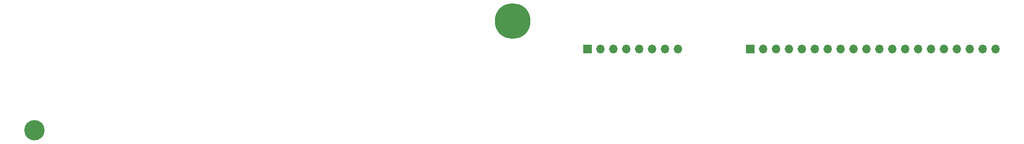
<source format=gbs>
G04 #@! TF.GenerationSoftware,KiCad,Pcbnew,(5.1.9)-1*
G04 #@! TF.CreationDate,2021-08-18T12:48:30-04:00*
G04 #@! TF.ProjectId,si-mips-main-board,73692d6d-6970-4732-9d6d-61696e2d626f,rev?*
G04 #@! TF.SameCoordinates,Original*
G04 #@! TF.FileFunction,Soldermask,Bot*
G04 #@! TF.FilePolarity,Negative*
%FSLAX46Y46*%
G04 Gerber Fmt 4.6, Leading zero omitted, Abs format (unit mm)*
G04 Created by KiCad (PCBNEW (5.1.9)-1) date 2021-08-18 12:48:30*
%MOMM*%
%LPD*%
G01*
G04 APERTURE LIST*
%ADD10C,4.000000*%
%ADD11C,0.800000*%
%ADD12C,7.000000*%
%ADD13O,1.700000X1.700000*%
%ADD14R,1.700000X1.700000*%
G04 APERTURE END LIST*
D10*
G04 #@! TO.C,J5*
X58500000Y-85000000D03*
G04 #@! TD*
D11*
G04 #@! TO.C,H1*
X154356155Y-61643845D03*
X152500000Y-60875000D03*
X150643845Y-61643845D03*
X149875000Y-63500000D03*
X150643845Y-65356155D03*
X152500000Y-66125000D03*
X154356155Y-65356155D03*
X155125000Y-63500000D03*
D12*
X152500000Y-63500000D03*
G04 #@! TD*
D13*
G04 #@! TO.C,J2*
X185030000Y-69000000D03*
X182490000Y-69000000D03*
X179950000Y-69000000D03*
X177410000Y-69000000D03*
X174870000Y-69000000D03*
X172330000Y-69000000D03*
X169790000Y-69000000D03*
D14*
X167250000Y-69000000D03*
G04 #@! TD*
D13*
G04 #@! TO.C,J1*
X247510000Y-69000000D03*
X244970000Y-69000000D03*
X242430000Y-69000000D03*
X239890000Y-69000000D03*
X237350000Y-69000000D03*
X234810000Y-69000000D03*
X232270000Y-69000000D03*
X229730000Y-69000000D03*
X227190000Y-69000000D03*
X224650000Y-69000000D03*
X222110000Y-69000000D03*
X219570000Y-69000000D03*
X217030000Y-69000000D03*
X214490000Y-69000000D03*
X211950000Y-69000000D03*
X209410000Y-69000000D03*
X206870000Y-69000000D03*
X204330000Y-69000000D03*
X201790000Y-69000000D03*
D14*
X199250000Y-69000000D03*
G04 #@! TD*
M02*

</source>
